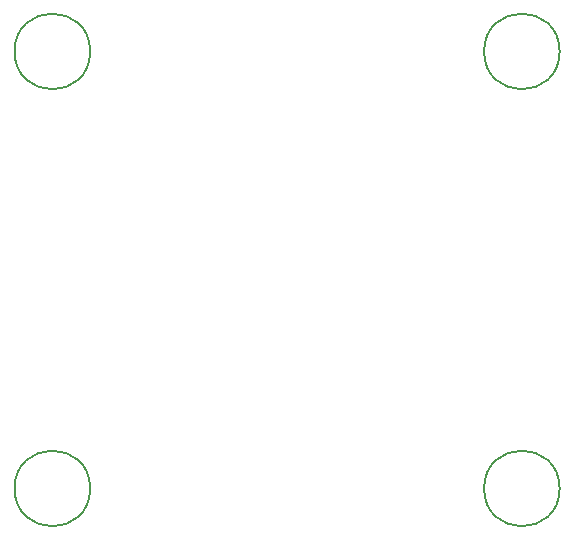
<source format=gbr>
%TF.GenerationSoftware,KiCad,Pcbnew,8.0.0*%
%TF.CreationDate,2024-06-21T16:47:30+05:30*%
%TF.ProjectId,HV_POWER_SUPPLY,48565f50-4f57-4455-925f-535550504c59,rev?*%
%TF.SameCoordinates,Original*%
%TF.FileFunction,Other,Comment*%
%FSLAX46Y46*%
G04 Gerber Fmt 4.6, Leading zero omitted, Abs format (unit mm)*
G04 Created by KiCad (PCBNEW 8.0.0) date 2024-06-21 16:47:30*
%MOMM*%
%LPD*%
G01*
G04 APERTURE LIST*
%ADD10C,0.150000*%
G04 APERTURE END LIST*
D10*
%TO.C,H3*%
X106450000Y-57250000D02*
G75*
G02*
X100050000Y-57250000I-3200000J0D01*
G01*
X100050000Y-57250000D02*
G75*
G02*
X106450000Y-57250000I3200000J0D01*
G01*
%TO.C,H1*%
X66700000Y-57250000D02*
G75*
G02*
X60300000Y-57250000I-3200000J0D01*
G01*
X60300000Y-57250000D02*
G75*
G02*
X66700000Y-57250000I3200000J0D01*
G01*
%TO.C,H4*%
X106450000Y-94250000D02*
G75*
G02*
X100050000Y-94250000I-3200000J0D01*
G01*
X100050000Y-94250000D02*
G75*
G02*
X106450000Y-94250000I3200000J0D01*
G01*
%TO.C,H2*%
X66700000Y-94250000D02*
G75*
G02*
X60300000Y-94250000I-3200000J0D01*
G01*
X60300000Y-94250000D02*
G75*
G02*
X66700000Y-94250000I3200000J0D01*
G01*
%TD*%
M02*

</source>
